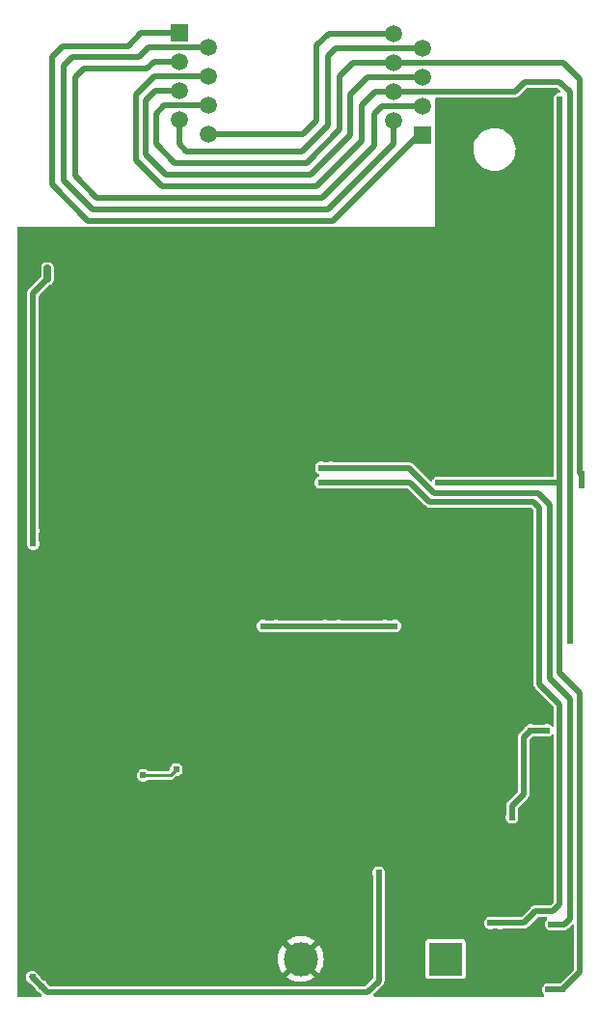
<source format=gbl>
G04 #@! TF.GenerationSoftware,KiCad,Pcbnew,6.0.10-86aedd382b~118~ubuntu18.04.1*
G04 #@! TF.CreationDate,2024-08-26T14:05:47-06:00*
G04 #@! TF.ProjectId,mss-debug,6d73732d-6465-4627-9567-2e6b69636164,rev?*
G04 #@! TF.SameCoordinates,Original*
G04 #@! TF.FileFunction,Copper,L2,Bot*
G04 #@! TF.FilePolarity,Positive*
%FSLAX46Y46*%
G04 Gerber Fmt 4.6, Leading zero omitted, Abs format (unit mm)*
G04 Created by KiCad (PCBNEW 6.0.10-86aedd382b~118~ubuntu18.04.1) date 2024-08-26 14:05:47*
%MOMM*%
%LPD*%
G01*
G04 APERTURE LIST*
G04 #@! TA.AperFunction,ComponentPad*
%ADD10R,1.500000X1.500000*%
G04 #@! TD*
G04 #@! TA.AperFunction,ComponentPad*
%ADD11C,1.500000*%
G04 #@! TD*
G04 #@! TA.AperFunction,ComponentPad*
%ADD12R,3.000000X3.000000*%
G04 #@! TD*
G04 #@! TA.AperFunction,ComponentPad*
%ADD13C,3.000000*%
G04 #@! TD*
G04 #@! TA.AperFunction,ViaPad*
%ADD14C,0.609600*%
G04 #@! TD*
G04 #@! TA.AperFunction,Conductor*
%ADD15C,0.508000*%
G04 #@! TD*
G04 #@! TA.AperFunction,Conductor*
%ADD16C,0.635000*%
G04 #@! TD*
G04 #@! TA.AperFunction,Conductor*
%ADD17C,0.254000*%
G04 #@! TD*
G04 APERTURE END LIST*
D10*
X40152000Y-106715500D03*
D11*
X42692000Y-107985500D03*
X40152000Y-109255500D03*
X42692000Y-110525500D03*
X40152000Y-111795500D03*
X42692000Y-113065500D03*
X40152000Y-114335500D03*
X42692000Y-115605500D03*
D10*
X61448000Y-115661500D03*
D11*
X58908000Y-114391500D03*
X61448000Y-113121500D03*
X58908000Y-111851500D03*
X61448000Y-110581500D03*
X58908000Y-109311500D03*
X61448000Y-108041500D03*
X58908000Y-106771500D03*
D12*
X63500000Y-187960000D03*
D13*
X50800000Y-187960000D03*
D14*
X32385000Y-154432000D03*
X42546000Y-175134000D03*
X69215000Y-154432000D03*
X53848000Y-186563000D03*
X32385000Y-141478000D03*
X52959000Y-134587000D03*
X50038000Y-185293000D03*
X37719000Y-169799000D03*
X38100000Y-174625000D03*
X56515000Y-141478000D03*
X69215000Y-155448000D03*
X42799000Y-124587000D03*
X31115000Y-155448000D03*
X55118000Y-187960000D03*
X40259000Y-188341000D03*
X69215000Y-141478000D03*
X39243000Y-188341000D03*
X55118000Y-186563000D03*
X68961000Y-172720000D03*
X69215000Y-140462000D03*
X40289500Y-127985500D03*
X54356000Y-149954000D03*
X52959000Y-138524000D03*
X52959000Y-124681000D03*
X51308000Y-185293000D03*
X31115000Y-140462000D03*
X32385000Y-140462000D03*
X45212000Y-176911000D03*
X35306000Y-174625000D03*
X70485000Y-154432000D03*
X40289500Y-128874500D03*
X48768000Y-185293000D03*
X47752000Y-138524000D03*
X52959000Y-137381000D03*
X70485000Y-140462000D03*
X70485000Y-155448000D03*
X45212000Y-176022000D03*
X53848000Y-187960000D03*
X54864000Y-124681000D03*
X45974000Y-162433000D03*
X31115000Y-141478000D03*
X53848000Y-189230000D03*
X37465000Y-167640000D03*
X47752000Y-144874000D03*
X36576000Y-167640000D03*
X53975000Y-124681000D03*
X52578000Y-185293000D03*
X68961000Y-171704000D03*
X68707000Y-113157000D03*
X35560000Y-167640000D03*
X67818000Y-113157000D03*
X55118000Y-185293000D03*
X66929000Y-113157000D03*
X56388000Y-164211000D03*
X66040000Y-113157000D03*
X44069000Y-124587000D03*
X41656000Y-124587000D03*
X55499000Y-162814000D03*
X32385000Y-155448000D03*
X34671000Y-169799000D03*
X44831000Y-163449000D03*
X55118000Y-189230000D03*
X70485000Y-141478000D03*
X53848000Y-185293000D03*
X31115000Y-154432000D03*
X45212000Y-175134000D03*
X28067000Y-190373000D03*
X27241500Y-189547500D03*
X57634500Y-180363500D03*
X28575000Y-127381000D03*
X27305000Y-151511000D03*
X28575000Y-128270000D03*
X27305000Y-150368000D03*
X47498000Y-158750000D03*
X42418000Y-120142000D03*
X59055000Y-158750000D03*
X54102000Y-158750000D03*
X48641000Y-158750000D03*
X58166000Y-158750000D03*
X74422000Y-160020000D03*
X41021000Y-120142000D03*
X74422000Y-159004000D03*
X52959000Y-158750000D03*
X75438000Y-146431000D03*
X75438000Y-145415000D03*
X73787000Y-190627000D03*
X62865000Y-146177000D03*
X73533000Y-113411000D03*
X73533000Y-112522000D03*
X72517000Y-190627000D03*
X36957000Y-171831000D03*
X39878000Y-171323000D03*
X72390000Y-167894000D03*
X70993000Y-167894000D03*
X69342000Y-175514000D03*
X53467000Y-144874000D03*
X52611000Y-144874000D03*
X72771000Y-184912000D03*
X73787000Y-184912000D03*
X52578000Y-146144000D03*
X67437000Y-184785000D03*
X53467000Y-146144000D03*
X68326000Y-184785000D03*
D15*
X51689000Y-119126000D02*
X55118000Y-115697000D01*
X56677500Y-110581500D02*
X61448000Y-110581500D01*
X55118000Y-112141000D02*
X56677500Y-110581500D01*
X55118000Y-115697000D02*
X55118000Y-112141000D01*
X38989000Y-119126000D02*
X51689000Y-119126000D01*
X38064500Y-111795500D02*
X37211000Y-112649000D01*
X37211000Y-112649000D02*
X37211000Y-117348000D01*
X37211000Y-117348000D02*
X38989000Y-119126000D01*
X40152000Y-111795500D02*
X38064500Y-111795500D01*
X57634500Y-189888500D02*
X56642000Y-190881000D01*
X56642000Y-190881000D02*
X28575000Y-190881000D01*
X57634500Y-180363500D02*
X57634500Y-189888500D01*
X28575000Y-190881000D02*
X27178000Y-189484000D01*
X29908500Y-107886500D02*
X35623500Y-107886500D01*
X36794500Y-106715500D02*
X40152000Y-106715500D01*
X61448000Y-115661500D02*
X61122500Y-115661500D01*
X35623500Y-107886500D02*
X36794500Y-106715500D01*
X32131000Y-123190000D02*
X28956000Y-120015000D01*
X28956000Y-108839000D02*
X29908500Y-107886500D01*
X61122500Y-115661500D02*
X53594000Y-123190000D01*
X53594000Y-123190000D02*
X32131000Y-123190000D01*
X28956000Y-120015000D02*
X28956000Y-108839000D01*
X30734000Y-108839000D02*
X36626800Y-108839000D01*
X29972000Y-109601000D02*
X30734000Y-108839000D01*
X27305000Y-129540000D02*
X28575000Y-128270000D01*
X53213000Y-122174000D02*
X32512000Y-122174000D01*
X32512000Y-122174000D02*
X29972000Y-119634000D01*
X58908000Y-116479000D02*
X53213000Y-122174000D01*
X29972000Y-119634000D02*
X29972000Y-109601000D01*
D16*
X28575000Y-128270000D02*
X28575000Y-127381000D01*
D15*
X58908000Y-114391500D02*
X58908000Y-116479000D01*
X36626800Y-108839000D02*
X37480300Y-107985500D01*
X27305000Y-151511000D02*
X27305000Y-129540000D01*
X37480300Y-107985500D02*
X42692000Y-107985500D01*
X31750000Y-109855000D02*
X37312600Y-109855000D01*
X30988000Y-119253000D02*
X30988000Y-110617000D01*
X52705000Y-121158000D02*
X32893000Y-121158000D01*
X37912100Y-109255500D02*
X40152000Y-109255500D01*
X37312600Y-109855000D02*
X37912100Y-109255500D01*
X57947500Y-113121500D02*
X57277000Y-113792000D01*
X57277000Y-116586000D02*
X52705000Y-121158000D01*
X57277000Y-113792000D02*
X57277000Y-116586000D01*
X32893000Y-121158000D02*
X30988000Y-119253000D01*
X30988000Y-110617000D02*
X31750000Y-109855000D01*
X61448000Y-113121500D02*
X57947500Y-113121500D01*
X58166000Y-158750000D02*
X59055000Y-158750000D01*
X57312500Y-111851500D02*
X58908000Y-111851500D01*
X74422000Y-160020000D02*
X74422000Y-111887000D01*
X42692000Y-110525500D02*
X37937500Y-110525500D01*
X38608000Y-120142000D02*
X52197000Y-120142000D01*
X70485000Y-110998000D02*
X73533000Y-110998000D01*
X36322000Y-117856000D02*
X38608000Y-120142000D01*
X56134000Y-116205000D02*
X56134000Y-113030000D01*
X58908000Y-111851500D02*
X69631500Y-111851500D01*
X69631500Y-111851500D02*
X70485000Y-110998000D01*
X73533000Y-110998000D02*
X74422000Y-111887000D01*
X54102000Y-158750000D02*
X47498000Y-158750000D01*
X56134000Y-113030000D02*
X57312500Y-111851500D01*
X54102000Y-158750000D02*
X58166000Y-158750000D01*
X52197000Y-120142000D02*
X56134000Y-116205000D01*
X37937500Y-110525500D02*
X36322000Y-112141000D01*
X36322000Y-112141000D02*
X36322000Y-117856000D01*
X54229000Y-115189000D02*
X54229000Y-110490000D01*
X42692000Y-113065500D02*
X38826500Y-113065500D01*
X73878500Y-109311500D02*
X75311000Y-110744000D01*
X58908000Y-109311500D02*
X73878500Y-109311500D01*
X51308000Y-118110000D02*
X54229000Y-115189000D01*
X38826500Y-113065500D02*
X38100000Y-113792000D01*
X55407500Y-109311500D02*
X58908000Y-109311500D01*
X75311000Y-145288000D02*
X75438000Y-145415000D01*
X75311000Y-110744000D02*
X75311000Y-145288000D01*
X38100000Y-116459000D02*
X39751000Y-118110000D01*
X54229000Y-110490000D02*
X55407500Y-109311500D01*
X75438000Y-145415000D02*
X75438000Y-146431000D01*
X39751000Y-118110000D02*
X51308000Y-118110000D01*
X38100000Y-113792000D02*
X38100000Y-116459000D01*
X61448000Y-108041500D02*
X53883500Y-108041500D01*
X53213000Y-114808000D02*
X50927000Y-117094000D01*
X53883500Y-108041500D02*
X53213000Y-108712000D01*
X40152000Y-116479000D02*
X40152000Y-114335500D01*
X50927000Y-117094000D02*
X40767000Y-117094000D01*
X40767000Y-117094000D02*
X40152000Y-116479000D01*
X53213000Y-108712000D02*
X53213000Y-114808000D01*
X73787000Y-190627000D02*
X72517000Y-190627000D01*
X62865000Y-146177000D02*
X73533000Y-146177000D01*
X53248500Y-106771500D02*
X52197000Y-107823000D01*
X52197000Y-114427000D02*
X51018500Y-115605500D01*
X73787000Y-190627000D02*
X75311000Y-189103000D01*
X73533000Y-112522000D02*
X73533000Y-113411000D01*
X52197000Y-107823000D02*
X52197000Y-114427000D01*
X75311000Y-164592000D02*
X73533000Y-162814000D01*
X51018500Y-115605500D02*
X42692000Y-115605500D01*
X73533000Y-146177000D02*
X73533000Y-162814000D01*
X73533000Y-113411000D02*
X73533000Y-146177000D01*
X75311000Y-189103000D02*
X75311000Y-164592000D01*
X58908000Y-106771500D02*
X53248500Y-106771500D01*
D17*
X36957000Y-171831000D02*
X39370000Y-171831000D01*
X39370000Y-171831000D02*
X39878000Y-171323000D01*
D15*
X70993000Y-167894000D02*
X70358000Y-168529000D01*
X70358000Y-168529000D02*
X70358000Y-173482000D01*
X69342000Y-175514000D02*
X69342000Y-174498000D01*
X70993000Y-167894000D02*
X72390000Y-167894000D01*
X70358000Y-173482000D02*
X69342000Y-174498000D01*
X72644000Y-148082000D02*
X72644000Y-163322000D01*
X60292000Y-144874000D02*
X62484000Y-147066000D01*
X52611000Y-144874000D02*
X53467000Y-144874000D01*
X74422000Y-184404000D02*
X73914000Y-184912000D01*
X74422000Y-165100000D02*
X74422000Y-184404000D01*
X62484000Y-147066000D02*
X71628000Y-147066000D01*
X53467000Y-144874000D02*
X60292000Y-144874000D01*
X71628000Y-147066000D02*
X72644000Y-148082000D01*
X73787000Y-184912000D02*
X72771000Y-184912000D01*
X73914000Y-184912000D02*
X73787000Y-184912000D01*
X72644000Y-163322000D02*
X74422000Y-165100000D01*
X70358000Y-184785000D02*
X68326000Y-184785000D01*
X71755000Y-148336000D02*
X71755000Y-163830000D01*
X60419000Y-146144000D02*
X62103000Y-147828000D01*
X71247000Y-147828000D02*
X71755000Y-148336000D01*
X73533000Y-183134000D02*
X72898000Y-183769000D01*
X72898000Y-183769000D02*
X71374000Y-183769000D01*
X71755000Y-163830000D02*
X73533000Y-165608000D01*
X52578000Y-146144000D02*
X60419000Y-146144000D01*
X73533000Y-165608000D02*
X73533000Y-183134000D01*
X71374000Y-183769000D02*
X70358000Y-184785000D01*
X67437000Y-184785000D02*
X68326000Y-184785000D01*
X62103000Y-147828000D02*
X71247000Y-147828000D01*
G04 #@! TA.AperFunction,Conductor*
G36*
X32089246Y-123698167D02*
G01*
X32091386Y-123698500D01*
X32106906Y-123698500D01*
X32116243Y-123698846D01*
X32165941Y-123702539D01*
X32174720Y-123700665D01*
X32182978Y-123700102D01*
X32198161Y-123698500D01*
X53522928Y-123698500D01*
X53535058Y-123699855D01*
X53535097Y-123699373D01*
X53544044Y-123700093D01*
X53552800Y-123702074D01*
X53606508Y-123698742D01*
X53614310Y-123698500D01*
X53630513Y-123698500D01*
X53632841Y-123698167D01*
X53637533Y-123698000D01*
X73024500Y-123698000D01*
X73024500Y-145542500D01*
X73004498Y-145610621D01*
X72950842Y-145657114D01*
X72898500Y-145668500D01*
X63123958Y-145668500D01*
X63075740Y-145658909D01*
X63018636Y-145635256D01*
X63011007Y-145632096D01*
X63002823Y-145631019D01*
X63002821Y-145631018D01*
X62884931Y-145615498D01*
X62865000Y-145612874D01*
X62845069Y-145615498D01*
X62727179Y-145631018D01*
X62727177Y-145631019D01*
X62718993Y-145632096D01*
X62582937Y-145688453D01*
X62466103Y-145778103D01*
X62376453Y-145894937D01*
X62373296Y-145902559D01*
X62373293Y-145902564D01*
X62347747Y-145964238D01*
X62303198Y-146019519D01*
X62235835Y-146041940D01*
X62167044Y-146024382D01*
X62142243Y-146005115D01*
X60701823Y-144564696D01*
X60694200Y-144555156D01*
X60693832Y-144555470D01*
X60688014Y-144548634D01*
X60683224Y-144541042D01*
X60642875Y-144505407D01*
X60637188Y-144500061D01*
X60625745Y-144488618D01*
X60617370Y-144482341D01*
X60609541Y-144475967D01*
X60574049Y-144444622D01*
X60565926Y-144440808D01*
X60563438Y-144439174D01*
X60548477Y-144430186D01*
X60545892Y-144428771D01*
X60538705Y-144423384D01*
X60494357Y-144406759D01*
X60485040Y-144402832D01*
X60450326Y-144386534D01*
X60442200Y-144382719D01*
X60433331Y-144381338D01*
X60430498Y-144380472D01*
X60413611Y-144376042D01*
X60410726Y-144375408D01*
X60402316Y-144372255D01*
X60373158Y-144370088D01*
X60355094Y-144368746D01*
X60345048Y-144367592D01*
X60336425Y-144366249D01*
X60336422Y-144366249D01*
X60331614Y-144365500D01*
X60316094Y-144365500D01*
X60306757Y-144365154D01*
X60289854Y-144363898D01*
X60257059Y-144361461D01*
X60248280Y-144363335D01*
X60240022Y-144363898D01*
X60224839Y-144365500D01*
X53725958Y-144365500D01*
X53677740Y-144355909D01*
X53620636Y-144332256D01*
X53613007Y-144329096D01*
X53604823Y-144328019D01*
X53604821Y-144328018D01*
X53475188Y-144310952D01*
X53467000Y-144309874D01*
X53458812Y-144310952D01*
X53329179Y-144328018D01*
X53329177Y-144328019D01*
X53320993Y-144329096D01*
X53313364Y-144332256D01*
X53256260Y-144355909D01*
X53208042Y-144365500D01*
X52869958Y-144365500D01*
X52821740Y-144355909D01*
X52764636Y-144332256D01*
X52757007Y-144329096D01*
X52748823Y-144328019D01*
X52748821Y-144328018D01*
X52619188Y-144310952D01*
X52611000Y-144309874D01*
X52602812Y-144310952D01*
X52473179Y-144328018D01*
X52473177Y-144328019D01*
X52464993Y-144329096D01*
X52328937Y-144385453D01*
X52212103Y-144475103D01*
X52122453Y-144591937D01*
X52066096Y-144727993D01*
X52046874Y-144874000D01*
X52047952Y-144882188D01*
X52063825Y-145002754D01*
X52066096Y-145020007D01*
X52122453Y-145156063D01*
X52212103Y-145272897D01*
X52328937Y-145362547D01*
X52336559Y-145365704D01*
X52336564Y-145365707D01*
X52384968Y-145385756D01*
X52440249Y-145430304D01*
X52462670Y-145497667D01*
X52445112Y-145566459D01*
X52393150Y-145614837D01*
X52384969Y-145618573D01*
X52303568Y-145652291D01*
X52303561Y-145652295D01*
X52295937Y-145655453D01*
X52179103Y-145745103D01*
X52089453Y-145861937D01*
X52033096Y-145997993D01*
X52032019Y-146006177D01*
X52032018Y-146006179D01*
X52027310Y-146041940D01*
X52013874Y-146144000D01*
X52033096Y-146290007D01*
X52089453Y-146426063D01*
X52179103Y-146542897D01*
X52295937Y-146632547D01*
X52431993Y-146688904D01*
X52440177Y-146689981D01*
X52440179Y-146689982D01*
X52569812Y-146707048D01*
X52578000Y-146708126D01*
X52586188Y-146707048D01*
X52715821Y-146689982D01*
X52715823Y-146689981D01*
X52724007Y-146688904D01*
X52732225Y-146685500D01*
X52788740Y-146662091D01*
X52836958Y-146652500D01*
X53208042Y-146652500D01*
X53256260Y-146662091D01*
X53312775Y-146685500D01*
X53320993Y-146688904D01*
X53329177Y-146689981D01*
X53329179Y-146689982D01*
X53458812Y-146707048D01*
X53467000Y-146708126D01*
X53475188Y-146707048D01*
X53604821Y-146689982D01*
X53604823Y-146689981D01*
X53613007Y-146688904D01*
X53621225Y-146685500D01*
X53677740Y-146662091D01*
X53725958Y-146652500D01*
X60156183Y-146652500D01*
X60224304Y-146672502D01*
X60245278Y-146689405D01*
X61693180Y-148137308D01*
X61700800Y-148146845D01*
X61701169Y-148146531D01*
X61706984Y-148153364D01*
X61711776Y-148160958D01*
X61752116Y-148196585D01*
X61757803Y-148201931D01*
X61769255Y-148213383D01*
X61772846Y-148216074D01*
X61772848Y-148216076D01*
X61777630Y-148219660D01*
X61785473Y-148226045D01*
X61820951Y-148257378D01*
X61829078Y-148261194D01*
X61831534Y-148262807D01*
X61846537Y-148271823D01*
X61849115Y-148273234D01*
X61856296Y-148278616D01*
X61900633Y-148295237D01*
X61909948Y-148299162D01*
X61952800Y-148319281D01*
X61961675Y-148320663D01*
X61964502Y-148321527D01*
X61981379Y-148325955D01*
X61984272Y-148326591D01*
X61992685Y-148329745D01*
X62039925Y-148333256D01*
X62049944Y-148334407D01*
X62058580Y-148335752D01*
X62058584Y-148335752D01*
X62063386Y-148336500D01*
X62078910Y-148336500D01*
X62088248Y-148336847D01*
X62128990Y-148339875D01*
X62128991Y-148339875D01*
X62137941Y-148340540D01*
X62146718Y-148338666D01*
X62154969Y-148338104D01*
X62170166Y-148336500D01*
X70984182Y-148336500D01*
X71052303Y-148356502D01*
X71073278Y-148373405D01*
X71209596Y-148509724D01*
X71243621Y-148572036D01*
X71246500Y-148598819D01*
X71246500Y-163758928D01*
X71245145Y-163771058D01*
X71245627Y-163771097D01*
X71244907Y-163780044D01*
X71242926Y-163788800D01*
X71243482Y-163797760D01*
X71246258Y-163842508D01*
X71246500Y-163850310D01*
X71246500Y-163866513D01*
X71247136Y-163870953D01*
X71247984Y-163876878D01*
X71249013Y-163886928D01*
X71251945Y-163934177D01*
X71254994Y-163942623D01*
X71255593Y-163945514D01*
X71259822Y-163962480D01*
X71260648Y-163965305D01*
X71261920Y-163974187D01*
X71281522Y-164017298D01*
X71285327Y-164026647D01*
X71301404Y-164071181D01*
X71306699Y-164078429D01*
X71308080Y-164081027D01*
X71316915Y-164096145D01*
X71318494Y-164098614D01*
X71322208Y-164106782D01*
X71328064Y-164113578D01*
X71353115Y-164142652D01*
X71359401Y-164150569D01*
X71364548Y-164157615D01*
X71364553Y-164157620D01*
X71367425Y-164161552D01*
X71378400Y-164172527D01*
X71384758Y-164179374D01*
X71417287Y-164217127D01*
X71424822Y-164222011D01*
X71431066Y-164227458D01*
X71442931Y-164237058D01*
X72987595Y-165781723D01*
X73021621Y-165844035D01*
X73024500Y-165870818D01*
X73024500Y-167430963D01*
X73004498Y-167499084D01*
X72950842Y-167545577D01*
X72880568Y-167555681D01*
X72815988Y-167526187D01*
X72798539Y-167507668D01*
X72793925Y-167501655D01*
X72793923Y-167501653D01*
X72788897Y-167495103D01*
X72672063Y-167405453D01*
X72536007Y-167349096D01*
X72527823Y-167348019D01*
X72527821Y-167348018D01*
X72398188Y-167330952D01*
X72390000Y-167329874D01*
X72381812Y-167330952D01*
X72252179Y-167348018D01*
X72252177Y-167348019D01*
X72243993Y-167349096D01*
X72236364Y-167352256D01*
X72179260Y-167375909D01*
X72131042Y-167385500D01*
X71251958Y-167385500D01*
X71203740Y-167375909D01*
X71146636Y-167352256D01*
X71139007Y-167349096D01*
X71130823Y-167348019D01*
X71130821Y-167348018D01*
X71001188Y-167330952D01*
X70993000Y-167329874D01*
X70984812Y-167330952D01*
X70855179Y-167348018D01*
X70855177Y-167348019D01*
X70846993Y-167349096D01*
X70710937Y-167405453D01*
X70594103Y-167495103D01*
X70504453Y-167611937D01*
X70501295Y-167619562D01*
X70477638Y-167676673D01*
X70450324Y-167717549D01*
X70048696Y-168119177D01*
X70039156Y-168126800D01*
X70039470Y-168127168D01*
X70032634Y-168132986D01*
X70025042Y-168137776D01*
X70019100Y-168144504D01*
X69989407Y-168178125D01*
X69984061Y-168183812D01*
X69972618Y-168195255D01*
X69966978Y-168202780D01*
X69966341Y-168203630D01*
X69959967Y-168211459D01*
X69928622Y-168246951D01*
X69924808Y-168255074D01*
X69923174Y-168257562D01*
X69914186Y-168272523D01*
X69912771Y-168275108D01*
X69907384Y-168282295D01*
X69890759Y-168326642D01*
X69886833Y-168335958D01*
X69866719Y-168378800D01*
X69865338Y-168387669D01*
X69864472Y-168390502D01*
X69860042Y-168407389D01*
X69859408Y-168410274D01*
X69856255Y-168418684D01*
X69854673Y-168439982D01*
X69852746Y-168465906D01*
X69851592Y-168475952D01*
X69849500Y-168489386D01*
X69849500Y-168504906D01*
X69849154Y-168514243D01*
X69845461Y-168563941D01*
X69847335Y-168572720D01*
X69847898Y-168580978D01*
X69849500Y-168596161D01*
X69849500Y-173219183D01*
X69829498Y-173287304D01*
X69812595Y-173308278D01*
X69032696Y-174088177D01*
X69023156Y-174095800D01*
X69023470Y-174096168D01*
X69016634Y-174101986D01*
X69009042Y-174106776D01*
X69003100Y-174113504D01*
X68973407Y-174147125D01*
X68968061Y-174152812D01*
X68956618Y-174164255D01*
X68950978Y-174171780D01*
X68950341Y-174172630D01*
X68943967Y-174180459D01*
X68912622Y-174215951D01*
X68908808Y-174224074D01*
X68907174Y-174226562D01*
X68898186Y-174241523D01*
X68896771Y-174244108D01*
X68891384Y-174251295D01*
X68888233Y-174259701D01*
X68874759Y-174295642D01*
X68870833Y-174304958D01*
X68850719Y-174347800D01*
X68849338Y-174356669D01*
X68848472Y-174359502D01*
X68844042Y-174376389D01*
X68843408Y-174379274D01*
X68840255Y-174387684D01*
X68839590Y-174396639D01*
X68836746Y-174434906D01*
X68835592Y-174444952D01*
X68833500Y-174458386D01*
X68833500Y-174473906D01*
X68833154Y-174483243D01*
X68829461Y-174532941D01*
X68831335Y-174541720D01*
X68831898Y-174549978D01*
X68833500Y-174565161D01*
X68833500Y-175255042D01*
X68823909Y-175303260D01*
X68800256Y-175360364D01*
X68797096Y-175367993D01*
X68777874Y-175514000D01*
X68797096Y-175660007D01*
X68853453Y-175796063D01*
X68943103Y-175912897D01*
X69059937Y-176002547D01*
X69195993Y-176058904D01*
X69204177Y-176059981D01*
X69204179Y-176059982D01*
X69333812Y-176077048D01*
X69342000Y-176078126D01*
X69350188Y-176077048D01*
X69479821Y-176059982D01*
X69479823Y-176059981D01*
X69488007Y-176058904D01*
X69624063Y-176002547D01*
X69740897Y-175912897D01*
X69830547Y-175796063D01*
X69886904Y-175660007D01*
X69906126Y-175514000D01*
X69886904Y-175367993D01*
X69883744Y-175360364D01*
X69860091Y-175303260D01*
X69850500Y-175255042D01*
X69850500Y-174760817D01*
X69870502Y-174692696D01*
X69887405Y-174671722D01*
X70667304Y-173891823D01*
X70676844Y-173884200D01*
X70676530Y-173883832D01*
X70683366Y-173878014D01*
X70690958Y-173873224D01*
X70726593Y-173832875D01*
X70731939Y-173827188D01*
X70743382Y-173815745D01*
X70749659Y-173807370D01*
X70756033Y-173799541D01*
X70787378Y-173764049D01*
X70791192Y-173755926D01*
X70792826Y-173753438D01*
X70801814Y-173738477D01*
X70803229Y-173735892D01*
X70808616Y-173728705D01*
X70825241Y-173684357D01*
X70829168Y-173675040D01*
X70845466Y-173640326D01*
X70849281Y-173632200D01*
X70850662Y-173623331D01*
X70851528Y-173620498D01*
X70855958Y-173603611D01*
X70856592Y-173600726D01*
X70859745Y-173592316D01*
X70863254Y-173545094D01*
X70864408Y-173535048D01*
X70865751Y-173526425D01*
X70865751Y-173526422D01*
X70866500Y-173521614D01*
X70866500Y-173506094D01*
X70866846Y-173496757D01*
X70869874Y-173456007D01*
X70870539Y-173447059D01*
X70868665Y-173438280D01*
X70868102Y-173430022D01*
X70866500Y-173414839D01*
X70866500Y-168791817D01*
X70886502Y-168723696D01*
X70903405Y-168702722D01*
X71166722Y-168439405D01*
X71229034Y-168405379D01*
X71255817Y-168402500D01*
X72131042Y-168402500D01*
X72179260Y-168412091D01*
X72216797Y-168427639D01*
X72243993Y-168438904D01*
X72252177Y-168439981D01*
X72252179Y-168439982D01*
X72381812Y-168457048D01*
X72390000Y-168458126D01*
X72398188Y-168457048D01*
X72527821Y-168439982D01*
X72527823Y-168439981D01*
X72536007Y-168438904D01*
X72672063Y-168382547D01*
X72788897Y-168292897D01*
X72793925Y-168286345D01*
X72798539Y-168280332D01*
X72855877Y-168238465D01*
X72926748Y-168234244D01*
X72988651Y-168269009D01*
X73021931Y-168331723D01*
X73024500Y-168357037D01*
X73024500Y-182871183D01*
X73004498Y-182939304D01*
X72987595Y-182960278D01*
X72724278Y-183223595D01*
X72661966Y-183257621D01*
X72635183Y-183260500D01*
X71445072Y-183260500D01*
X71432942Y-183259145D01*
X71432903Y-183259627D01*
X71423956Y-183258907D01*
X71415200Y-183256926D01*
X71371663Y-183259627D01*
X71361492Y-183260258D01*
X71353690Y-183260500D01*
X71337487Y-183260500D01*
X71328571Y-183261777D01*
X71327122Y-183261984D01*
X71317072Y-183263013D01*
X71279215Y-183265362D01*
X71269823Y-183265945D01*
X71261377Y-183268994D01*
X71258486Y-183269593D01*
X71241520Y-183273822D01*
X71238695Y-183274648D01*
X71229813Y-183275920D01*
X71186702Y-183295522D01*
X71177353Y-183299327D01*
X71132819Y-183315404D01*
X71125571Y-183320699D01*
X71122973Y-183322080D01*
X71107855Y-183330915D01*
X71105386Y-183332494D01*
X71097218Y-183336208D01*
X71090422Y-183342064D01*
X71061348Y-183367115D01*
X71053431Y-183373401D01*
X71046385Y-183378548D01*
X71046380Y-183378553D01*
X71042448Y-183381425D01*
X71031473Y-183392400D01*
X71024626Y-183398758D01*
X70986873Y-183431287D01*
X70981989Y-183438822D01*
X70976542Y-183445066D01*
X70966942Y-183456931D01*
X70184278Y-184239595D01*
X70121966Y-184273621D01*
X70095183Y-184276500D01*
X68584958Y-184276500D01*
X68536740Y-184266909D01*
X68479636Y-184243256D01*
X68472007Y-184240096D01*
X68463823Y-184239019D01*
X68463821Y-184239018D01*
X68334188Y-184221952D01*
X68326000Y-184220874D01*
X68317812Y-184221952D01*
X68188179Y-184239018D01*
X68188177Y-184239019D01*
X68179993Y-184240096D01*
X68172364Y-184243256D01*
X68115260Y-184266909D01*
X68067042Y-184276500D01*
X67695958Y-184276500D01*
X67647740Y-184266909D01*
X67590636Y-184243256D01*
X67583007Y-184240096D01*
X67574823Y-184239019D01*
X67574821Y-184239018D01*
X67445188Y-184221952D01*
X67437000Y-184220874D01*
X67428812Y-184221952D01*
X67299179Y-184239018D01*
X67299177Y-184239019D01*
X67290993Y-184240096D01*
X67154937Y-184296453D01*
X67038103Y-184386103D01*
X66948453Y-184502937D01*
X66892096Y-184638993D01*
X66872874Y-184785000D01*
X66873952Y-184793188D01*
X66890672Y-184920188D01*
X66892096Y-184931007D01*
X66948453Y-185067063D01*
X67038103Y-185183897D01*
X67154937Y-185273547D01*
X67290993Y-185329904D01*
X67299177Y-185330981D01*
X67299179Y-185330982D01*
X67428812Y-185348048D01*
X67437000Y-185349126D01*
X67445188Y-185348048D01*
X67574821Y-185330982D01*
X67574823Y-185330981D01*
X67583007Y-185329904D01*
X67616760Y-185315923D01*
X67647740Y-185303091D01*
X67695958Y-185293500D01*
X68067042Y-185293500D01*
X68115260Y-185303091D01*
X68146240Y-185315923D01*
X68179993Y-185329904D01*
X68188177Y-185330981D01*
X68188179Y-185330982D01*
X68317812Y-185348048D01*
X68326000Y-185349126D01*
X68334188Y-185348048D01*
X68463821Y-185330982D01*
X68463823Y-185330981D01*
X68472007Y-185329904D01*
X68505760Y-185315923D01*
X68536740Y-185303091D01*
X68584958Y-185293500D01*
X70286928Y-185293500D01*
X70299058Y-185294855D01*
X70299097Y-185294373D01*
X70308044Y-185295093D01*
X70316800Y-185297074D01*
X70370508Y-185293742D01*
X70378310Y-185293500D01*
X70394513Y-185293500D01*
X70403429Y-185292223D01*
X70404878Y-185292016D01*
X70414928Y-185290987D01*
X70453216Y-185288611D01*
X70462177Y-185288055D01*
X70470623Y-185285006D01*
X70473514Y-185284407D01*
X70490480Y-185280178D01*
X70493305Y-185279352D01*
X70502187Y-185278080D01*
X70545298Y-185258478D01*
X70554649Y-185254672D01*
X70590735Y-185241645D01*
X70599181Y-185238596D01*
X70606429Y-185233301D01*
X70609027Y-185231920D01*
X70624145Y-185223085D01*
X70626614Y-185221506D01*
X70634782Y-185217792D01*
X70670653Y-185186884D01*
X70678569Y-185180599D01*
X70685615Y-185175452D01*
X70685620Y-185175447D01*
X70689552Y-185172575D01*
X70700527Y-185161600D01*
X70707375Y-185155242D01*
X70738323Y-185128576D01*
X70738324Y-185128575D01*
X70745127Y-185122713D01*
X70750011Y-185115178D01*
X70755458Y-185108934D01*
X70765058Y-185097069D01*
X71547722Y-184314405D01*
X71610034Y-184280379D01*
X71636817Y-184277500D01*
X72307963Y-184277500D01*
X72376084Y-184297502D01*
X72422577Y-184351158D01*
X72432681Y-184421432D01*
X72403187Y-184486012D01*
X72384668Y-184503461D01*
X72378655Y-184508075D01*
X72378653Y-184508077D01*
X72372103Y-184513103D01*
X72282453Y-184629937D01*
X72226096Y-184765993D01*
X72225019Y-184774177D01*
X72225018Y-184774179D01*
X72221110Y-184803865D01*
X72206874Y-184912000D01*
X72207952Y-184920188D01*
X72223440Y-185037830D01*
X72226096Y-185058007D01*
X72282453Y-185194063D01*
X72372103Y-185310897D01*
X72488937Y-185400547D01*
X72624993Y-185456904D01*
X72633177Y-185457981D01*
X72633179Y-185457982D01*
X72762812Y-185475048D01*
X72771000Y-185476126D01*
X72779188Y-185475048D01*
X72908821Y-185457982D01*
X72908823Y-185457981D01*
X72917007Y-185456904D01*
X72924636Y-185453744D01*
X72981740Y-185430091D01*
X73029958Y-185420500D01*
X73528042Y-185420500D01*
X73576260Y-185430091D01*
X73633364Y-185453744D01*
X73640993Y-185456904D01*
X73649177Y-185457981D01*
X73649179Y-185457982D01*
X73778812Y-185475048D01*
X73787000Y-185476126D01*
X73795188Y-185475048D01*
X73924819Y-185457982D01*
X73933007Y-185456904D01*
X74058084Y-185405095D01*
X74058267Y-185405537D01*
X74059018Y-185405104D01*
X74058878Y-185404766D01*
X74069063Y-185400547D01*
X74069241Y-185400976D01*
X74070607Y-185400132D01*
X74070645Y-185400121D01*
X74070379Y-185399537D01*
X74070381Y-185399536D01*
X74101294Y-185385480D01*
X74110635Y-185381677D01*
X74155181Y-185365596D01*
X74162429Y-185360301D01*
X74165027Y-185358920D01*
X74180145Y-185350085D01*
X74182614Y-185348506D01*
X74190782Y-185344792D01*
X74226653Y-185313884D01*
X74234569Y-185307599D01*
X74241615Y-185302452D01*
X74241620Y-185302447D01*
X74245552Y-185299575D01*
X74256527Y-185288600D01*
X74263375Y-185282242D01*
X74294323Y-185255576D01*
X74294324Y-185255575D01*
X74301127Y-185249713D01*
X74306011Y-185242178D01*
X74311451Y-185235942D01*
X74321056Y-185224071D01*
X74587405Y-184957723D01*
X74649717Y-184923698D01*
X74720533Y-184928763D01*
X74777368Y-184971310D01*
X74802179Y-185037830D01*
X74802500Y-185046819D01*
X74802500Y-188840182D01*
X74782498Y-188908303D01*
X74765595Y-188929277D01*
X73613278Y-190081595D01*
X73550966Y-190115620D01*
X73524183Y-190118500D01*
X72775958Y-190118500D01*
X72727740Y-190108909D01*
X72670636Y-190085256D01*
X72663007Y-190082096D01*
X72654823Y-190081019D01*
X72654821Y-190081018D01*
X72525188Y-190063952D01*
X72517000Y-190062874D01*
X72508812Y-190063952D01*
X72379179Y-190081018D01*
X72379177Y-190081019D01*
X72370993Y-190082096D01*
X72234937Y-190138453D01*
X72118103Y-190228103D01*
X72028453Y-190344937D01*
X71972096Y-190480993D01*
X71952874Y-190627000D01*
X71972096Y-190773007D01*
X72028453Y-190909063D01*
X72118103Y-191025897D01*
X72124653Y-191030923D01*
X72131319Y-191036038D01*
X72173186Y-191093375D01*
X72177408Y-191164246D01*
X72142644Y-191226149D01*
X72079931Y-191259431D01*
X72054615Y-191262000D01*
X57284317Y-191262000D01*
X57216196Y-191241998D01*
X57169703Y-191188342D01*
X57159599Y-191118068D01*
X57189093Y-191053488D01*
X57195222Y-191046905D01*
X57943804Y-190298323D01*
X57953344Y-190290700D01*
X57953030Y-190290332D01*
X57959866Y-190284514D01*
X57967458Y-190279724D01*
X58003093Y-190239375D01*
X58008439Y-190233688D01*
X58019882Y-190222245D01*
X58026159Y-190213870D01*
X58032533Y-190206041D01*
X58063878Y-190170549D01*
X58067692Y-190162426D01*
X58069326Y-190159938D01*
X58078314Y-190144977D01*
X58079729Y-190142392D01*
X58085116Y-190135205D01*
X58101741Y-190090857D01*
X58105668Y-190081540D01*
X58121966Y-190046826D01*
X58125781Y-190038700D01*
X58127162Y-190029831D01*
X58128028Y-190026998D01*
X58132458Y-190010111D01*
X58133092Y-190007226D01*
X58136245Y-189998816D01*
X58139754Y-189951594D01*
X58140908Y-189941548D01*
X58142251Y-189932925D01*
X58142251Y-189932922D01*
X58143000Y-189928114D01*
X58143000Y-189912594D01*
X58143346Y-189903257D01*
X58146374Y-189862507D01*
X58147039Y-189853559D01*
X58145165Y-189844780D01*
X58144602Y-189836522D01*
X58143000Y-189821339D01*
X58143000Y-186434933D01*
X61745500Y-186434933D01*
X61745501Y-189485066D01*
X61760266Y-189559301D01*
X61767161Y-189569620D01*
X61767162Y-189569622D01*
X61785203Y-189596622D01*
X61816516Y-189643484D01*
X61900699Y-189699734D01*
X61974933Y-189714500D01*
X63499753Y-189714500D01*
X65025066Y-189714499D01*
X65060818Y-189707388D01*
X65087126Y-189702156D01*
X65087128Y-189702155D01*
X65099301Y-189699734D01*
X65109621Y-189692839D01*
X65109622Y-189692838D01*
X65173168Y-189650377D01*
X65183484Y-189643484D01*
X65239734Y-189559301D01*
X65254500Y-189485067D01*
X65254499Y-186434934D01*
X65247388Y-186399182D01*
X65242156Y-186372874D01*
X65242155Y-186372872D01*
X65239734Y-186360699D01*
X65183484Y-186276516D01*
X65099301Y-186220266D01*
X65025067Y-186205500D01*
X63500247Y-186205500D01*
X61974934Y-186205501D01*
X61939182Y-186212612D01*
X61912874Y-186217844D01*
X61912872Y-186217845D01*
X61900699Y-186220266D01*
X61890379Y-186227161D01*
X61890378Y-186227162D01*
X61829985Y-186267516D01*
X61816516Y-186276516D01*
X61760266Y-186360699D01*
X61745500Y-186434933D01*
X58143000Y-186434933D01*
X58143000Y-180622458D01*
X58152591Y-180574240D01*
X58176244Y-180517136D01*
X58179404Y-180509507D01*
X58198626Y-180363500D01*
X58179404Y-180217493D01*
X58123047Y-180081437D01*
X58033397Y-179964603D01*
X57916563Y-179874953D01*
X57780507Y-179818596D01*
X57772323Y-179817519D01*
X57772321Y-179817518D01*
X57642688Y-179800452D01*
X57634500Y-179799374D01*
X57626312Y-179800452D01*
X57496679Y-179817518D01*
X57496677Y-179817519D01*
X57488493Y-179818596D01*
X57352437Y-179874953D01*
X57235603Y-179964603D01*
X57145953Y-180081437D01*
X57089596Y-180217493D01*
X57070374Y-180363500D01*
X57089596Y-180509507D01*
X57092756Y-180517136D01*
X57116409Y-180574240D01*
X57126000Y-180622458D01*
X57126000Y-189625683D01*
X57105998Y-189693804D01*
X57089095Y-189714778D01*
X56468278Y-190335595D01*
X56405966Y-190369621D01*
X56379183Y-190372500D01*
X28837819Y-190372500D01*
X28769698Y-190352498D01*
X28748724Y-190335596D01*
X28609674Y-190196547D01*
X28582360Y-190155669D01*
X28573883Y-190135205D01*
X28555547Y-190090937D01*
X28465897Y-189974103D01*
X28349063Y-189884453D01*
X28284328Y-189857639D01*
X28243452Y-189830325D01*
X27962781Y-189549654D01*
X49575618Y-189549654D01*
X49582673Y-189559627D01*
X49613679Y-189585551D01*
X49620598Y-189590579D01*
X49845272Y-189731515D01*
X49852807Y-189735556D01*
X50094520Y-189844694D01*
X50102551Y-189847680D01*
X50356832Y-189923002D01*
X50365184Y-189924869D01*
X50627340Y-189964984D01*
X50635874Y-189965700D01*
X50901045Y-189969867D01*
X50909596Y-189969418D01*
X51172883Y-189937557D01*
X51181284Y-189935955D01*
X51437824Y-189868653D01*
X51445926Y-189865926D01*
X51690949Y-189764434D01*
X51698617Y-189760628D01*
X51927598Y-189626822D01*
X51934679Y-189622009D01*
X52014655Y-189559301D01*
X52023125Y-189547442D01*
X52016608Y-189535818D01*
X50812812Y-188332022D01*
X50798868Y-188324408D01*
X50797035Y-188324539D01*
X50790420Y-188328790D01*
X49582910Y-189536300D01*
X49575618Y-189549654D01*
X27962781Y-189549654D01*
X27784176Y-189371049D01*
X27756862Y-189330173D01*
X27744627Y-189300636D01*
X27730047Y-189265437D01*
X27640397Y-189148603D01*
X27523563Y-189058953D01*
X27387507Y-189002596D01*
X27379323Y-189001519D01*
X27379321Y-189001518D01*
X27351781Y-188997893D01*
X27332541Y-188995360D01*
X27304767Y-188988422D01*
X27288316Y-188982255D01*
X27143059Y-188971461D01*
X27134285Y-188973334D01*
X27134283Y-188973334D01*
X27009387Y-188999994D01*
X27009384Y-188999995D01*
X27000610Y-189001868D01*
X26992715Y-189006128D01*
X26992712Y-189006129D01*
X26926394Y-189041913D01*
X26872422Y-189071035D01*
X26866039Y-189077341D01*
X26775183Y-189167093D01*
X26775181Y-189167095D01*
X26768799Y-189173400D01*
X26764443Y-189181243D01*
X26764441Y-189181245D01*
X26724474Y-189253200D01*
X26698072Y-189300733D01*
X26696090Y-189309493D01*
X26678994Y-189385049D01*
X26665926Y-189442800D01*
X26666482Y-189451760D01*
X26673154Y-189559301D01*
X26674945Y-189588177D01*
X26677992Y-189596618D01*
X26677993Y-189596622D01*
X26682568Y-189609295D01*
X26688976Y-189635630D01*
X26696596Y-189693507D01*
X26699755Y-189701132D01*
X26699755Y-189701134D01*
X26714334Y-189736329D01*
X26752953Y-189829563D01*
X26842603Y-189946397D01*
X26959437Y-190036047D01*
X27020447Y-190061318D01*
X27024173Y-190062862D01*
X27065049Y-190090176D01*
X27524324Y-190549451D01*
X27551638Y-190590327D01*
X27578453Y-190655063D01*
X27668103Y-190771897D01*
X27784937Y-190861547D01*
X27845947Y-190886818D01*
X27849673Y-190888362D01*
X27890549Y-190915676D01*
X28021778Y-191046905D01*
X28055804Y-191109217D01*
X28050739Y-191180032D01*
X28008192Y-191236868D01*
X27941672Y-191261679D01*
X27932683Y-191262000D01*
X26034000Y-191262000D01*
X25965879Y-191241998D01*
X25919386Y-191188342D01*
X25908000Y-191136000D01*
X25908000Y-187943204D01*
X48787665Y-187943204D01*
X48802932Y-188207969D01*
X48804005Y-188216470D01*
X48855065Y-188476722D01*
X48857276Y-188484974D01*
X48943184Y-188735894D01*
X48946499Y-188743779D01*
X49065664Y-188980713D01*
X49070020Y-188988079D01*
X49199347Y-189176250D01*
X49209601Y-189184594D01*
X49223342Y-189177448D01*
X50427978Y-187972812D01*
X50434356Y-187961132D01*
X51164408Y-187961132D01*
X51164539Y-187962965D01*
X51168790Y-187969580D01*
X52375730Y-189176520D01*
X52387939Y-189183187D01*
X52399439Y-189174497D01*
X52496831Y-189041913D01*
X52501418Y-189034685D01*
X52627962Y-188801621D01*
X52631530Y-188793827D01*
X52725271Y-188545750D01*
X52727748Y-188537544D01*
X52786954Y-188279038D01*
X52788294Y-188270577D01*
X52812031Y-188004616D01*
X52812277Y-187999677D01*
X52812666Y-187962485D01*
X52812523Y-187957519D01*
X52794362Y-187691123D01*
X52793201Y-187682649D01*
X52739419Y-187422944D01*
X52737120Y-187414709D01*
X52648588Y-187164705D01*
X52645191Y-187156854D01*
X52523550Y-186921178D01*
X52519122Y-186913866D01*
X52400031Y-186744417D01*
X52389509Y-186736037D01*
X52376121Y-186743089D01*
X51172022Y-187947188D01*
X51164408Y-187961132D01*
X50434356Y-187961132D01*
X50435592Y-187958868D01*
X50435461Y-187957035D01*
X50431210Y-187950420D01*
X49223814Y-186743024D01*
X49211804Y-186736466D01*
X49200064Y-186745434D01*
X49091935Y-186895911D01*
X49087418Y-186903196D01*
X48963325Y-187137567D01*
X48959839Y-187145395D01*
X48868700Y-187394446D01*
X48866311Y-187402670D01*
X48809812Y-187661795D01*
X48808563Y-187670250D01*
X48787754Y-187934653D01*
X48787665Y-187943204D01*
X25908000Y-187943204D01*
X25908000Y-186372500D01*
X49576584Y-186372500D01*
X49582980Y-186383770D01*
X50787188Y-187587978D01*
X50801132Y-187595592D01*
X50802965Y-187595461D01*
X50809580Y-187591210D01*
X52016604Y-186384186D01*
X52023795Y-186371017D01*
X52016473Y-186360780D01*
X51969233Y-186322115D01*
X51962261Y-186317160D01*
X51736122Y-186178582D01*
X51728552Y-186174624D01*
X51485704Y-186068022D01*
X51477644Y-186065120D01*
X51222592Y-185992467D01*
X51214214Y-185990685D01*
X50951656Y-185953318D01*
X50943111Y-185952691D01*
X50677908Y-185951302D01*
X50669374Y-185951839D01*
X50406433Y-185986456D01*
X50398035Y-185988149D01*
X50142238Y-186058127D01*
X50134143Y-186060946D01*
X49890199Y-186164997D01*
X49882577Y-186168881D01*
X49655013Y-186305075D01*
X49647981Y-186309962D01*
X49585053Y-186360377D01*
X49576584Y-186372500D01*
X25908000Y-186372500D01*
X25908000Y-171831000D01*
X36392874Y-171831000D01*
X36412096Y-171977007D01*
X36468453Y-172113063D01*
X36558103Y-172229897D01*
X36674937Y-172319547D01*
X36810993Y-172375904D01*
X36819177Y-172376981D01*
X36819179Y-172376982D01*
X36948812Y-172394048D01*
X36957000Y-172395126D01*
X36965188Y-172394048D01*
X37094821Y-172376982D01*
X37094823Y-172376981D01*
X37103007Y-172375904D01*
X37239063Y-172319547D01*
X37344638Y-172238536D01*
X37410856Y-172212937D01*
X37421340Y-172212500D01*
X39315865Y-172212500D01*
X39340164Y-172215086D01*
X39341602Y-172215154D01*
X39351780Y-172217345D01*
X39385341Y-172213373D01*
X39391320Y-172213021D01*
X39391312Y-172212928D01*
X39396490Y-172212500D01*
X39401692Y-172212500D01*
X39420846Y-172209312D01*
X39426704Y-172208478D01*
X39443318Y-172206512D01*
X39467567Y-172203642D01*
X39467568Y-172203642D01*
X39477907Y-172202418D01*
X39486206Y-172198433D01*
X39495283Y-172196922D01*
X39540651Y-172172442D01*
X39545914Y-172169761D01*
X39585250Y-172150873D01*
X39585254Y-172150870D01*
X39592398Y-172147440D01*
X39596692Y-172143830D01*
X39598624Y-172141898D01*
X39600573Y-172140111D01*
X39600626Y-172140082D01*
X39600745Y-172140212D01*
X39601313Y-172139711D01*
X39607057Y-172136612D01*
X39643854Y-172096805D01*
X39647284Y-172093239D01*
X39819423Y-171921100D01*
X39881735Y-171887074D01*
X39892063Y-171885275D01*
X39962776Y-171875965D01*
X40015821Y-171868982D01*
X40015823Y-171868981D01*
X40024007Y-171867904D01*
X40160063Y-171811547D01*
X40276897Y-171721897D01*
X40366547Y-171605063D01*
X40422904Y-171469007D01*
X40427763Y-171432103D01*
X40441048Y-171331188D01*
X40442126Y-171323000D01*
X40422904Y-171176993D01*
X40366547Y-171040937D01*
X40276897Y-170924103D01*
X40160063Y-170834453D01*
X40024007Y-170778096D01*
X40015823Y-170777019D01*
X40015821Y-170777018D01*
X39886188Y-170759952D01*
X39878000Y-170758874D01*
X39869812Y-170759952D01*
X39740179Y-170777018D01*
X39740177Y-170777019D01*
X39731993Y-170778096D01*
X39595937Y-170834453D01*
X39479103Y-170924103D01*
X39389453Y-171040937D01*
X39333096Y-171176993D01*
X39318733Y-171286096D01*
X39315727Y-171308928D01*
X39287005Y-171373855D01*
X39279900Y-171381577D01*
X39248882Y-171412595D01*
X39186570Y-171446621D01*
X39159787Y-171449500D01*
X37421340Y-171449500D01*
X37353219Y-171429498D01*
X37344650Y-171423473D01*
X37239063Y-171342453D01*
X37103007Y-171286096D01*
X37094823Y-171285019D01*
X37094821Y-171285018D01*
X36965188Y-171267952D01*
X36957000Y-171266874D01*
X36948812Y-171267952D01*
X36819179Y-171285018D01*
X36819177Y-171285019D01*
X36810993Y-171286096D01*
X36674937Y-171342453D01*
X36558103Y-171432103D01*
X36468453Y-171548937D01*
X36412096Y-171684993D01*
X36411019Y-171693177D01*
X36411018Y-171693179D01*
X36406576Y-171726923D01*
X36392874Y-171831000D01*
X25908000Y-171831000D01*
X25908000Y-158750000D01*
X46933874Y-158750000D01*
X46953096Y-158896007D01*
X47009453Y-159032063D01*
X47099103Y-159148897D01*
X47215937Y-159238547D01*
X47351993Y-159294904D01*
X47360177Y-159295981D01*
X47360179Y-159295982D01*
X47489812Y-159313048D01*
X47498000Y-159314126D01*
X47506188Y-159313048D01*
X47635821Y-159295982D01*
X47635823Y-159295981D01*
X47644007Y-159294904D01*
X47651636Y-159291744D01*
X47708740Y-159268091D01*
X47756958Y-159258500D01*
X48382042Y-159258500D01*
X48430260Y-159268091D01*
X48487364Y-159291744D01*
X48494993Y-159294904D01*
X48503177Y-159295981D01*
X48503179Y-159295982D01*
X48632812Y-159313048D01*
X48641000Y-159314126D01*
X48649188Y-159313048D01*
X48778821Y-159295982D01*
X48778823Y-159295981D01*
X48787007Y-159294904D01*
X48794636Y-159291744D01*
X48851740Y-159268091D01*
X48899958Y-159258500D01*
X52700042Y-159258500D01*
X52748260Y-159268091D01*
X52805364Y-159291744D01*
X52812993Y-159294904D01*
X52821177Y-159295981D01*
X52821179Y-159295982D01*
X52950812Y-159313048D01*
X52959000Y-159314126D01*
X52967188Y-159313048D01*
X53096821Y-159295982D01*
X53096823Y-159295981D01*
X53105007Y-159294904D01*
X53112636Y-159291744D01*
X53169740Y-159268091D01*
X53217958Y-159258500D01*
X53843042Y-159258500D01*
X53891260Y-159268091D01*
X53948364Y-159291744D01*
X53955993Y-159294904D01*
X53964177Y-159295981D01*
X53964179Y-159295982D01*
X54093812Y-159313048D01*
X54102000Y-159314126D01*
X54110188Y-159313048D01*
X54239821Y-159295982D01*
X54239823Y-159295981D01*
X54248007Y-159294904D01*
X54255636Y-159291744D01*
X54312740Y-159268091D01*
X54360958Y-159258500D01*
X57907042Y-159258500D01*
X57955260Y-159268091D01*
X58012364Y-159291744D01*
X58019993Y-159294904D01*
X58028177Y-159295981D01*
X58028179Y-159295982D01*
X58157812Y-159313048D01*
X58166000Y-159314126D01*
X58174188Y-159313048D01*
X58303821Y-159295982D01*
X58303823Y-159295981D01*
X58312007Y-159294904D01*
X58319636Y-159291744D01*
X58376740Y-159268091D01*
X58424958Y-159258500D01*
X58796042Y-159258500D01*
X58844260Y-159268091D01*
X58901364Y-159291744D01*
X58908993Y-159294904D01*
X58917177Y-159295981D01*
X58917179Y-159295982D01*
X59046812Y-159313048D01*
X59055000Y-159314126D01*
X59063188Y-159313048D01*
X59192821Y-159295982D01*
X59192823Y-159295981D01*
X59201007Y-159294904D01*
X59337063Y-159238547D01*
X59453897Y-159148897D01*
X59543547Y-159032063D01*
X59599904Y-158896007D01*
X59619126Y-158750000D01*
X59599904Y-158603993D01*
X59543547Y-158467937D01*
X59453897Y-158351103D01*
X59337063Y-158261453D01*
X59201007Y-158205096D01*
X59192823Y-158204019D01*
X59192821Y-158204018D01*
X59063188Y-158186952D01*
X59055000Y-158185874D01*
X59046812Y-158186952D01*
X58917179Y-158204018D01*
X58917177Y-158204019D01*
X58908993Y-158205096D01*
X58901364Y-158208256D01*
X58844260Y-158231909D01*
X58796042Y-158241500D01*
X58424958Y-158241500D01*
X58376740Y-158231909D01*
X58319636Y-158208256D01*
X58312007Y-158205096D01*
X58303823Y-158204019D01*
X58303821Y-158204018D01*
X58174188Y-158186952D01*
X58166000Y-158185874D01*
X58157812Y-158186952D01*
X58028179Y-158204018D01*
X58028177Y-158204019D01*
X58019993Y-158205096D01*
X58012364Y-158208256D01*
X57955260Y-158231909D01*
X57907042Y-158241500D01*
X54360958Y-158241500D01*
X54312740Y-158231909D01*
X54255636Y-158208256D01*
X54248007Y-158205096D01*
X54239823Y-158204019D01*
X54239821Y-158204018D01*
X54110188Y-158186952D01*
X54102000Y-158185874D01*
X54093812Y-158186952D01*
X53964179Y-158204018D01*
X53964177Y-158204019D01*
X53955993Y-158205096D01*
X53948364Y-158208256D01*
X53891260Y-158231909D01*
X53843042Y-158241500D01*
X53217958Y-158241500D01*
X53169740Y-158231909D01*
X53112636Y-158208256D01*
X53105007Y-158205096D01*
X53096823Y-158204019D01*
X53096821Y-158204018D01*
X52967188Y-158186952D01*
X52959000Y-158185874D01*
X52950812Y-158186952D01*
X52821179Y-158204018D01*
X52821177Y-158204019D01*
X52812993Y-158205096D01*
X52805364Y-158208256D01*
X52748260Y-158231909D01*
X52700042Y-158241500D01*
X48899958Y-158241500D01*
X48851740Y-158231909D01*
X48794636Y-158208256D01*
X48787007Y-158205096D01*
X48778823Y-158204019D01*
X48778821Y-158204018D01*
X48649188Y-158186952D01*
X48641000Y-158185874D01*
X48632812Y-158186952D01*
X48503179Y-158204018D01*
X48503177Y-158204019D01*
X48494993Y-158205096D01*
X48487364Y-158208256D01*
X48430260Y-158231909D01*
X48382042Y-158241500D01*
X47756958Y-158241500D01*
X47708740Y-158231909D01*
X47651636Y-158208256D01*
X47644007Y-158205096D01*
X47635823Y-158204019D01*
X47635821Y-158204018D01*
X47506188Y-158186952D01*
X47498000Y-158185874D01*
X47489812Y-158186952D01*
X47360179Y-158204018D01*
X47360177Y-158204019D01*
X47351993Y-158205096D01*
X47215937Y-158261453D01*
X47099103Y-158351103D01*
X47009453Y-158467937D01*
X46953096Y-158603993D01*
X46933874Y-158750000D01*
X25908000Y-158750000D01*
X25908000Y-151511000D01*
X26740874Y-151511000D01*
X26760096Y-151657007D01*
X26816453Y-151793063D01*
X26906103Y-151909897D01*
X27022937Y-151999547D01*
X27158993Y-152055904D01*
X27167177Y-152056981D01*
X27167179Y-152056982D01*
X27296812Y-152074048D01*
X27305000Y-152075126D01*
X27313188Y-152074048D01*
X27442821Y-152056982D01*
X27442823Y-152056981D01*
X27451007Y-152055904D01*
X27587063Y-151999547D01*
X27703897Y-151909897D01*
X27793547Y-151793063D01*
X27849904Y-151657007D01*
X27869126Y-151511000D01*
X27849904Y-151364993D01*
X27846744Y-151357364D01*
X27823091Y-151300260D01*
X27813500Y-151252042D01*
X27813500Y-150626958D01*
X27823091Y-150578740D01*
X27846744Y-150521636D01*
X27849904Y-150514007D01*
X27869126Y-150368000D01*
X27849904Y-150221993D01*
X27846744Y-150214364D01*
X27823091Y-150157260D01*
X27813500Y-150109042D01*
X27813500Y-129802817D01*
X27833502Y-129734696D01*
X27850405Y-129713722D01*
X28727985Y-128836142D01*
X28768862Y-128808828D01*
X28797882Y-128796807D01*
X28863468Y-128769641D01*
X28982955Y-128677955D01*
X29074641Y-128558468D01*
X29132277Y-128419322D01*
X29147000Y-128307492D01*
X29147000Y-127343508D01*
X29132277Y-127231678D01*
X29074641Y-127092532D01*
X28982955Y-126973045D01*
X28863468Y-126881359D01*
X28724322Y-126823723D01*
X28575000Y-126804064D01*
X28425678Y-126823723D01*
X28286532Y-126881359D01*
X28167045Y-126973045D01*
X28075359Y-127092532D01*
X28017723Y-127231678D01*
X28003000Y-127343508D01*
X28003000Y-128070682D01*
X27982998Y-128138803D01*
X27966100Y-128159772D01*
X26995692Y-129130181D01*
X26986157Y-129137800D01*
X26986470Y-129138168D01*
X26979634Y-129143986D01*
X26972042Y-129148776D01*
X26966100Y-129155504D01*
X26936407Y-129189125D01*
X26931061Y-129194812D01*
X26919618Y-129206255D01*
X26913978Y-129213780D01*
X26913341Y-129214630D01*
X26906967Y-129222459D01*
X26875622Y-129257951D01*
X26871808Y-129266074D01*
X26870174Y-129268562D01*
X26861186Y-129283523D01*
X26859771Y-129286108D01*
X26854384Y-129293295D01*
X26851233Y-129301701D01*
X26837759Y-129337642D01*
X26833833Y-129346958D01*
X26813719Y-129389800D01*
X26812338Y-129398669D01*
X26811472Y-129401502D01*
X26807042Y-129418389D01*
X26806408Y-129421274D01*
X26803255Y-129429684D01*
X26802590Y-129438639D01*
X26799746Y-129476906D01*
X26798592Y-129486952D01*
X26796500Y-129500386D01*
X26796500Y-129515906D01*
X26796154Y-129525243D01*
X26792461Y-129574941D01*
X26794335Y-129583720D01*
X26794898Y-129591978D01*
X26796500Y-129607161D01*
X26796500Y-150109042D01*
X26786909Y-150157260D01*
X26763256Y-150214364D01*
X26760096Y-150221993D01*
X26740874Y-150368000D01*
X26760096Y-150514007D01*
X26763256Y-150521636D01*
X26786909Y-150578740D01*
X26796500Y-150626958D01*
X26796500Y-151252042D01*
X26786909Y-151300260D01*
X26763256Y-151357364D01*
X26760096Y-151364993D01*
X26740874Y-151511000D01*
X25908000Y-151511000D01*
X25908000Y-123824000D01*
X25928002Y-123755879D01*
X25981658Y-123709386D01*
X26034000Y-123698000D01*
X32084924Y-123698000D01*
X32089246Y-123698167D01*
G37*
G04 #@! TD.AperFunction*
G04 #@! TA.AperFunction,Conductor*
G36*
X73338304Y-111526502D02*
G01*
X73359278Y-111543405D01*
X73565072Y-111749199D01*
X73599098Y-111811511D01*
X73594033Y-111882326D01*
X73551486Y-111939162D01*
X73492423Y-111963216D01*
X73395179Y-111976018D01*
X73395177Y-111976019D01*
X73386993Y-111977096D01*
X73250937Y-112033453D01*
X73134103Y-112123103D01*
X73044453Y-112239937D01*
X72988096Y-112375993D01*
X72987019Y-112384177D01*
X72987018Y-112384179D01*
X72973613Y-112486000D01*
X72968874Y-112522000D01*
X72988096Y-112668007D01*
X72991256Y-112675636D01*
X73014909Y-112732740D01*
X73024500Y-112780958D01*
X73024500Y-113152042D01*
X73014909Y-113200260D01*
X72991256Y-113257364D01*
X72988096Y-113264993D01*
X72968874Y-113411000D01*
X72988096Y-113557007D01*
X72991256Y-113564636D01*
X73014909Y-113621740D01*
X73024500Y-113669958D01*
X73024500Y-125857000D01*
X62611000Y-125857000D01*
X62611000Y-116973686D01*
X65939018Y-116973686D01*
X65964579Y-117241600D01*
X66028547Y-117503018D01*
X66129583Y-117752463D01*
X66265569Y-117984710D01*
X66433658Y-118194895D01*
X66630327Y-118378613D01*
X66851457Y-118532016D01*
X67092416Y-118651891D01*
X67096750Y-118653312D01*
X67096753Y-118653313D01*
X67343823Y-118734307D01*
X67343829Y-118734308D01*
X67348156Y-118735727D01*
X67352647Y-118736507D01*
X67352648Y-118736507D01*
X67609538Y-118781111D01*
X67609546Y-118781112D01*
X67613319Y-118781767D01*
X67617156Y-118781958D01*
X67696777Y-118785922D01*
X67696785Y-118785922D01*
X67698348Y-118786000D01*
X67866374Y-118786000D01*
X67868642Y-118785835D01*
X67868654Y-118785835D01*
X67999457Y-118776344D01*
X68066425Y-118771485D01*
X68070880Y-118770501D01*
X68070883Y-118770501D01*
X68324770Y-118714447D01*
X68324772Y-118714446D01*
X68329226Y-118713463D01*
X68580900Y-118618113D01*
X68816172Y-118487431D01*
X68962842Y-118375496D01*
X69026491Y-118326921D01*
X69026495Y-118326917D01*
X69030116Y-118324154D01*
X69218249Y-118131703D01*
X69325242Y-117984710D01*
X69373942Y-117917804D01*
X69373947Y-117917797D01*
X69376630Y-117914110D01*
X69501941Y-117675933D01*
X69591557Y-117422162D01*
X69616688Y-117294656D01*
X69642720Y-117162583D01*
X69642721Y-117162577D01*
X69643601Y-117158111D01*
X69652782Y-116973686D01*
X69656755Y-116893883D01*
X69656755Y-116893877D01*
X69656982Y-116889314D01*
X69631421Y-116621400D01*
X69567453Y-116359982D01*
X69466417Y-116110537D01*
X69330431Y-115878290D01*
X69162342Y-115668105D01*
X68965673Y-115484387D01*
X68744543Y-115330984D01*
X68503584Y-115211109D01*
X68499250Y-115209688D01*
X68499247Y-115209687D01*
X68252177Y-115128693D01*
X68252171Y-115128692D01*
X68247844Y-115127273D01*
X68243352Y-115126493D01*
X67986462Y-115081889D01*
X67986454Y-115081888D01*
X67982681Y-115081233D01*
X67972718Y-115080737D01*
X67899223Y-115077078D01*
X67899215Y-115077078D01*
X67897652Y-115077000D01*
X67729626Y-115077000D01*
X67727358Y-115077165D01*
X67727346Y-115077165D01*
X67596543Y-115086656D01*
X67529575Y-115091515D01*
X67525120Y-115092499D01*
X67525117Y-115092499D01*
X67271230Y-115148553D01*
X67271228Y-115148554D01*
X67266774Y-115149537D01*
X67015100Y-115244887D01*
X66779828Y-115375569D01*
X66776196Y-115378341D01*
X66569509Y-115536079D01*
X66569505Y-115536083D01*
X66565884Y-115538846D01*
X66377751Y-115731297D01*
X66375066Y-115734986D01*
X66222058Y-115945196D01*
X66222053Y-115945203D01*
X66219370Y-115948890D01*
X66094059Y-116187067D01*
X66004443Y-116440838D01*
X66003560Y-116445320D01*
X65968855Y-116621400D01*
X65952399Y-116704889D01*
X65952172Y-116709442D01*
X65952172Y-116709445D01*
X65942991Y-116893883D01*
X65939018Y-116973686D01*
X62611000Y-116973686D01*
X62611000Y-112486000D01*
X62631002Y-112417879D01*
X62684658Y-112371386D01*
X62737000Y-112360000D01*
X69560428Y-112360000D01*
X69572558Y-112361355D01*
X69572597Y-112360873D01*
X69581544Y-112361593D01*
X69590300Y-112363574D01*
X69644008Y-112360242D01*
X69651810Y-112360000D01*
X69668013Y-112360000D01*
X69676929Y-112358723D01*
X69678378Y-112358516D01*
X69688428Y-112357487D01*
X69726716Y-112355111D01*
X69735677Y-112354555D01*
X69744123Y-112351506D01*
X69747014Y-112350907D01*
X69763980Y-112346678D01*
X69766805Y-112345852D01*
X69775687Y-112344580D01*
X69818798Y-112324978D01*
X69828149Y-112321172D01*
X69864235Y-112308145D01*
X69872681Y-112305096D01*
X69879929Y-112299801D01*
X69882527Y-112298420D01*
X69897645Y-112289585D01*
X69900114Y-112288006D01*
X69908282Y-112284292D01*
X69944153Y-112253384D01*
X69952069Y-112247099D01*
X69959115Y-112241952D01*
X69959120Y-112241947D01*
X69963052Y-112239075D01*
X69974027Y-112228100D01*
X69980875Y-112221742D01*
X70011823Y-112195076D01*
X70011824Y-112195075D01*
X70018627Y-112189213D01*
X70023511Y-112181678D01*
X70028958Y-112175434D01*
X70038558Y-112163569D01*
X70658722Y-111543405D01*
X70721034Y-111509379D01*
X70747817Y-111506500D01*
X73270183Y-111506500D01*
X73338304Y-111526502D01*
G37*
G04 #@! TD.AperFunction*
M02*

</source>
